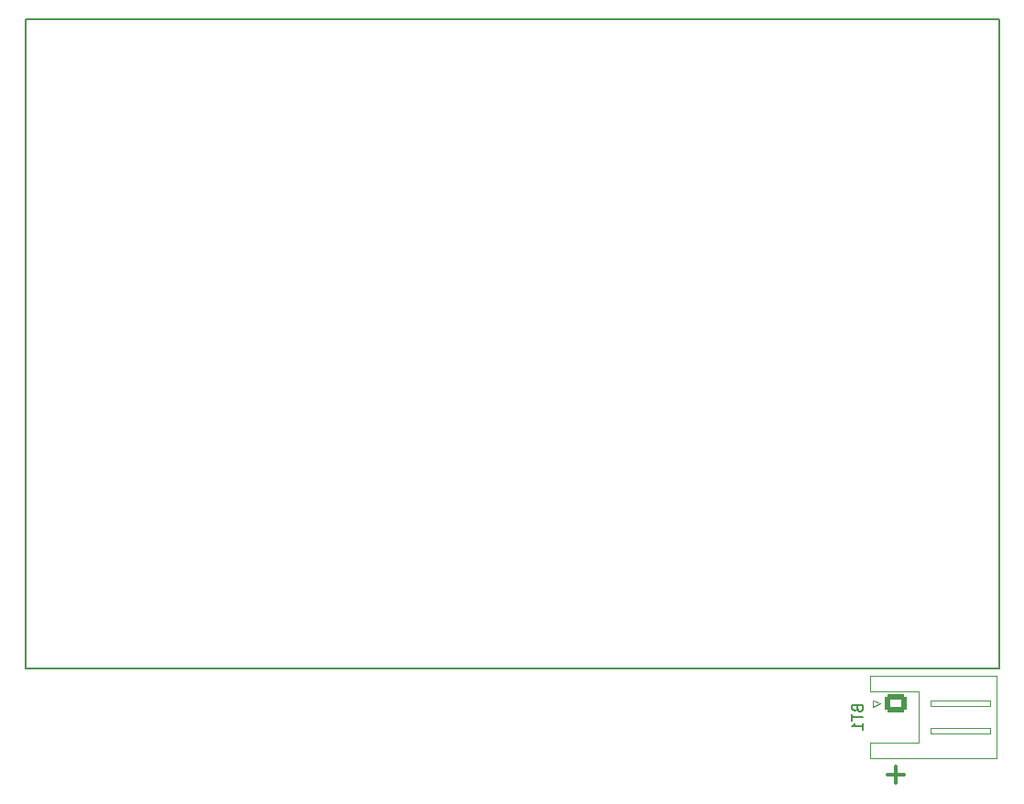
<source format=gbo>
G04 #@! TF.GenerationSoftware,KiCad,Pcbnew,(6.0.10-0)*
G04 #@! TF.CreationDate,2023-01-31T00:07:50+01:00*
G04 #@! TF.ProjectId,breast-module-proto-v1,62726561-7374-42d6-9d6f-64756c652d70,Proto V1*
G04 #@! TF.SameCoordinates,Original*
G04 #@! TF.FileFunction,Legend,Bot*
G04 #@! TF.FilePolarity,Positive*
%FSLAX46Y46*%
G04 Gerber Fmt 4.6, Leading zero omitted, Abs format (unit mm)*
G04 Created by KiCad (PCBNEW (6.0.10-0)) date 2023-01-31 00:07:50*
%MOMM*%
%LPD*%
G01*
G04 APERTURE LIST*
G04 Aperture macros list*
%AMRoundRect*
0 Rectangle with rounded corners*
0 $1 Rounding radius*
0 $2 $3 $4 $5 $6 $7 $8 $9 X,Y pos of 4 corners*
0 Add a 4 corners polygon primitive as box body*
4,1,4,$2,$3,$4,$5,$6,$7,$8,$9,$2,$3,0*
0 Add four circle primitives for the rounded corners*
1,1,$1+$1,$2,$3*
1,1,$1+$1,$4,$5*
1,1,$1+$1,$6,$7*
1,1,$1+$1,$8,$9*
0 Add four rect primitives between the rounded corners*
20,1,$1+$1,$2,$3,$4,$5,0*
20,1,$1+$1,$4,$5,$6,$7,0*
20,1,$1+$1,$6,$7,$8,$9,0*
20,1,$1+$1,$8,$9,$2,$3,0*%
G04 Aperture macros list end*
%ADD10C,0.150000*%
%ADD11C,0.300000*%
%ADD12C,0.120000*%
%ADD13R,1.700000X1.700000*%
%ADD14O,1.700000X1.700000*%
%ADD15C,0.650000*%
%ADD16O,2.100000X1.000000*%
%ADD17O,1.600000X1.000000*%
%ADD18RoundRect,0.250000X-0.750000X0.600000X-0.750000X-0.600000X0.750000X-0.600000X0.750000X0.600000X0*%
%ADD19O,2.000000X1.700000*%
G04 APERTURE END LIST*
D10*
X100500000Y-66500000D02*
X190500000Y-66500000D01*
X190500000Y-66500000D02*
X190500000Y-126500000D01*
X190500000Y-126500000D02*
X100500000Y-126500000D01*
X100500000Y-126500000D02*
X100500000Y-66500000D01*
D11*
X180238095Y-136357142D02*
X181761904Y-136357142D01*
X181000000Y-135595238D02*
X181000000Y-137119047D01*
D10*
X177428571Y-130214285D02*
X177476190Y-130357142D01*
X177523809Y-130404761D01*
X177619047Y-130452380D01*
X177761904Y-130452380D01*
X177857142Y-130404761D01*
X177904761Y-130357142D01*
X177952380Y-130261904D01*
X177952380Y-129880952D01*
X176952380Y-129880952D01*
X176952380Y-130214285D01*
X177000000Y-130309523D01*
X177047619Y-130357142D01*
X177142857Y-130404761D01*
X177238095Y-130404761D01*
X177333333Y-130357142D01*
X177380952Y-130309523D01*
X177428571Y-130214285D01*
X177428571Y-129880952D01*
X176952380Y-130738095D02*
X176952380Y-131309523D01*
X177952380Y-131023809D02*
X176952380Y-131023809D01*
X177952380Y-132166666D02*
X177952380Y-131595238D01*
X177952380Y-131880952D02*
X176952380Y-131880952D01*
X177095238Y-131785714D01*
X177190476Y-131690476D01*
X177238095Y-131595238D01*
D12*
X179500000Y-129750000D02*
X178900000Y-129450000D01*
X178900000Y-129450000D02*
X178900000Y-130050000D01*
X178590000Y-133390000D02*
X183090000Y-133390000D01*
X184200000Y-129500000D02*
X189700000Y-129500000D01*
X178590000Y-127190000D02*
X178590000Y-128610000D01*
X190310000Y-131000000D02*
X190310000Y-127190000D01*
X189700000Y-130000000D02*
X184200000Y-130000000D01*
X178900000Y-130050000D02*
X179500000Y-129750000D01*
X178590000Y-134810000D02*
X178590000Y-133390000D01*
X184200000Y-132000000D02*
X189700000Y-132000000D01*
X189700000Y-132500000D02*
X184200000Y-132500000D01*
X190310000Y-131000000D02*
X190310000Y-134810000D01*
X189700000Y-129500000D02*
X189700000Y-130000000D01*
X183090000Y-128610000D02*
X183090000Y-131000000D01*
X190310000Y-134810000D02*
X178590000Y-134810000D01*
X178590000Y-128610000D02*
X183090000Y-128610000D01*
X183090000Y-133390000D02*
X183090000Y-131000000D01*
X189700000Y-132000000D02*
X189700000Y-132500000D01*
X184200000Y-130000000D02*
X184200000Y-129500000D01*
X190310000Y-127190000D02*
X178590000Y-127190000D01*
X184200000Y-132500000D02*
X184200000Y-132000000D01*
%LPC*%
D13*
X113200000Y-54000000D03*
D14*
X110660000Y-54000000D03*
X108120000Y-54000000D03*
X105580000Y-54000000D03*
X103040000Y-54000000D03*
X100500000Y-54000000D03*
D13*
X190500000Y-54000000D03*
D14*
X187960000Y-54000000D03*
X185420000Y-54000000D03*
X182880000Y-54000000D03*
X180340000Y-54000000D03*
X177800000Y-54000000D03*
D15*
X193900000Y-93610000D03*
X193900000Y-99390000D03*
D16*
X193370000Y-100820000D03*
X193370000Y-92180000D03*
D17*
X197550000Y-100820000D03*
X197550000Y-92180000D03*
D13*
X156000000Y-87825000D03*
D14*
X153460000Y-87825000D03*
X150920000Y-87825000D03*
X148380000Y-87825000D03*
D18*
X181000000Y-129750000D03*
D19*
X181000000Y-132250000D03*
M02*

</source>
